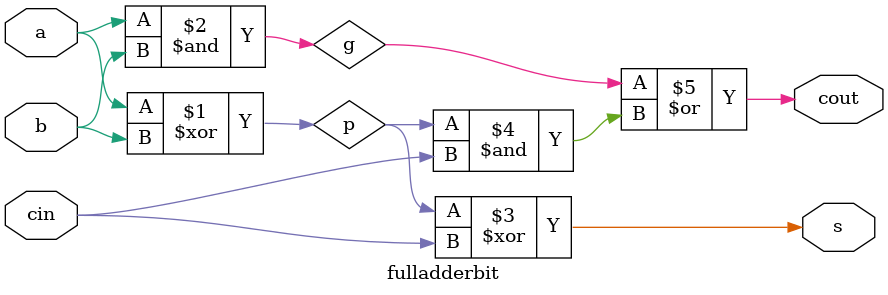
<source format=sv>
module fulladderbit (
    input logic a, b, cin,
    output logic s, cout
);
    
    logic p, g;
    
    assign p = a ^ b;
    assign g = a & b;
    
    assign s = p ^ cin;
    assign cout = g | (p & cin);
    
endmodule

</source>
